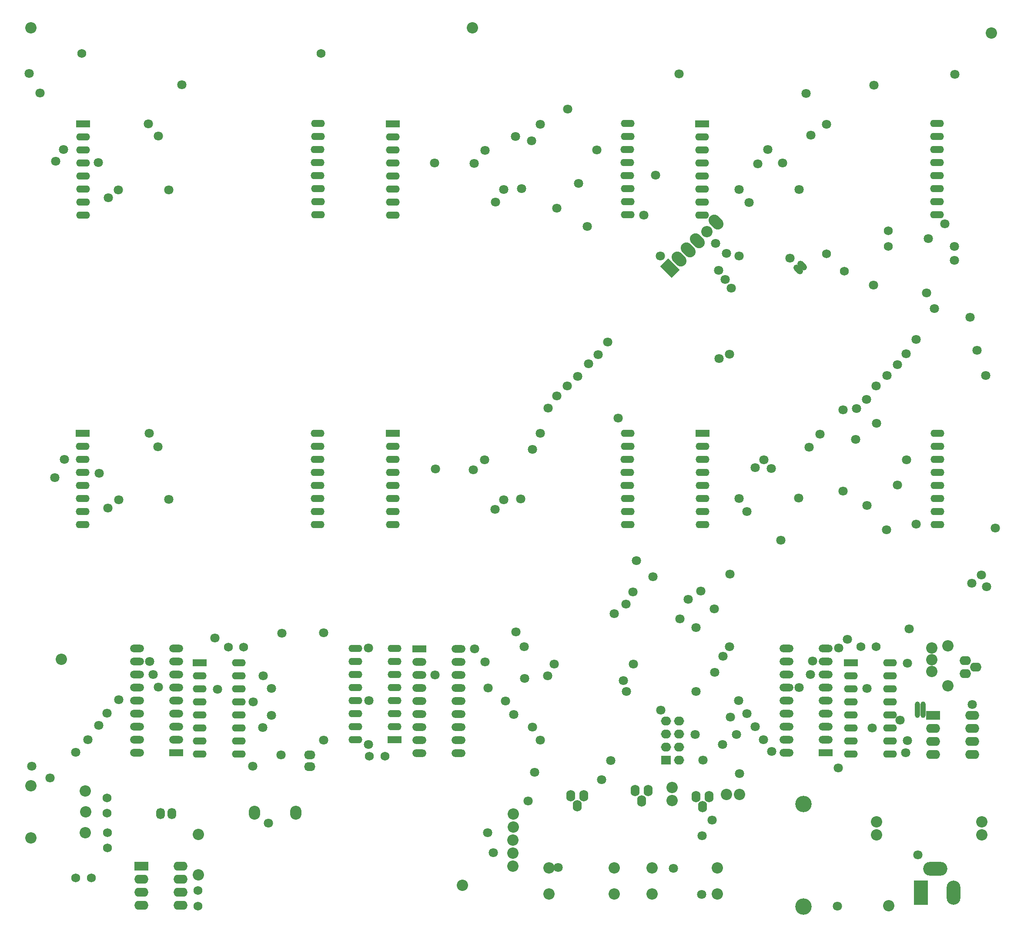
<source format=gts>
G04*
G04 #@! TF.GenerationSoftware,Altium Limited,Altium Designer,23.3.1 (30)*
G04*
G04 Layer_Color=8388736*
%FSLAX44Y44*%
%MOMM*%
G71*
G04*
G04 #@! TF.SameCoordinates,CBA1B8D9-47E8-49AD-825A-66903E3D66A9*
G04*
G04*
G04 #@! TF.FilePolarity,Negative*
G04*
G01*
G75*
%ADD30C,1.7272*%
%ADD31C,2.2032*%
%ADD32O,1.7032X2.2032*%
%ADD33O,1.7272X2.2352*%
%ADD34R,1.9812X1.7272*%
%ADD35O,1.9812X1.7272*%
%ADD36O,1.0032X3.2032*%
%ADD37O,2.2352X1.7272*%
%ADD38O,2.2032X1.7032*%
%ADD39O,2.7432X1.7272*%
%ADD40R,2.7432X1.7272*%
%ADD41O,2.2032X2.7032*%
%ADD42O,2.7032X4.7032*%
%ADD43R,2.7032X4.7032*%
%ADD44O,4.7032X2.7032*%
%ADD45O,2.7032X1.4032*%
%ADD46R,2.7032X1.4032*%
%ADD47O,2.7432X1.4732*%
%ADD48R,2.7432X1.4732*%
%ADD49C,3.2032*%
G04:AMPARAMS|DCode=50|XSize=1.2032mm|YSize=2.2032mm|CornerRadius=0mm|HoleSize=0mm|Usage=FLASHONLY|Rotation=225.000|XOffset=0mm|YOffset=0mm|HoleType=Round|Shape=Round|*
%AMOVALD50*
21,1,1.0000,1.2032,0.0000,0.0000,315.0*
1,1,1.2032,-0.3536,0.3536*
1,1,1.2032,0.3536,-0.3536*
%
%ADD50OVALD50*%

G04:AMPARAMS|DCode=51|XSize=2.2032mm|YSize=3.2032mm|CornerRadius=0mm|HoleSize=0mm|Usage=FLASHONLY|Rotation=45.000|XOffset=0mm|YOffset=0mm|HoleType=Round|Shape=Round|*
%AMOVALD51*
21,1,1.0000,2.2032,0.0000,0.0000,135.0*
1,1,2.2032,0.3536,-0.3536*
1,1,2.2032,-0.3536,0.3536*
%
%ADD51OVALD51*%

G04:AMPARAMS|DCode=52|XSize=2.2032mm|YSize=3.2032mm|CornerRadius=0mm|HoleSize=0mm|Usage=FLASHONLY|Rotation=45.000|XOffset=0mm|YOffset=0mm|HoleType=Round|Shape=Rectangle|*
%AMROTATEDRECTD52*
4,1,4,0.3536,-1.9115,-1.9115,0.3536,-0.3536,1.9115,1.9115,-0.3536,0.3536,-1.9115,0.0*
%
%ADD52ROTATEDRECTD52*%

%ADD53C,1.8032*%
D30*
X718250Y2529250D02*
D03*
X252750D02*
D03*
X479000Y898250D02*
D03*
Y868253D02*
D03*
X302500Y981250D02*
D03*
Y1011247D02*
D03*
X301750Y1078997D02*
D03*
Y1049000D02*
D03*
X1768750Y1373750D02*
D03*
X1798747Y1373750D02*
D03*
X567997Y1372500D02*
D03*
X538000Y1372500D02*
D03*
X842750Y1160000D02*
D03*
X812753Y1160000D02*
D03*
X1702438Y2139062D02*
D03*
X1736944Y2104556D02*
D03*
X1822000Y2183500D02*
D03*
Y2153501D02*
D03*
X241000Y923250D02*
D03*
X271000Y923250D02*
D03*
D31*
X1013250Y2578750D02*
D03*
X993250Y908750D02*
D03*
X213250Y1348750D02*
D03*
X1823250Y868750D02*
D03*
X2023250Y2568750D02*
D03*
X153250Y2578750D02*
D03*
X1401500Y1073500D02*
D03*
Y1098900D02*
D03*
X1091990Y945810D02*
D03*
Y971220D02*
D03*
X1092120Y996590D02*
D03*
X1092250Y1022000D02*
D03*
Y1047500D02*
D03*
X1938250Y1375500D02*
D03*
Y1297500D02*
D03*
X1906750Y1347750D02*
D03*
X1907000Y1370750D02*
D03*
Y1324750D02*
D03*
X1489430Y891560D02*
D03*
X1362430D02*
D03*
Y942360D02*
D03*
X1489430D02*
D03*
X1288680Y891560D02*
D03*
X1161680D02*
D03*
Y942360D02*
D03*
X1288680D02*
D03*
X1799250Y1007000D02*
D03*
X1799276Y1032408D02*
D03*
X2004254D02*
D03*
Y1007008D02*
D03*
X479500Y1007250D02*
D03*
Y929250D02*
D03*
X153500Y1000500D02*
D03*
X154000Y1102500D02*
D03*
X259250Y1092000D02*
D03*
X259500Y1011000D02*
D03*
X260000Y1051500D02*
D03*
X1533150Y1085750D02*
D03*
X1507750D02*
D03*
X1469092Y2182342D02*
D03*
D32*
X428250Y1048500D02*
D03*
X405710D02*
D03*
D33*
X1473700Y1081500D02*
D03*
X1461000Y1061500D02*
D03*
X1448300Y1081500D02*
D03*
X1330050Y1092750D02*
D03*
X1342750Y1072750D02*
D03*
X1355450Y1092750D02*
D03*
X1204550Y1083250D02*
D03*
X1217250Y1063250D02*
D03*
X1229950Y1083250D02*
D03*
D34*
X1389600Y1152479D02*
D03*
D35*
X1389600Y1177879D02*
D03*
Y1203279D02*
D03*
X1389600Y1228679D02*
D03*
X1415000Y1152479D02*
D03*
Y1177879D02*
D03*
X1415000Y1203279D02*
D03*
Y1228679D02*
D03*
D36*
X1879001Y1250750D02*
D03*
X1890000D02*
D03*
D37*
X1972500Y1346450D02*
D03*
X1992500Y1333750D02*
D03*
X1972500Y1321050D02*
D03*
D38*
X696000Y1139750D02*
D03*
Y1162290D02*
D03*
D39*
X1986200Y1163800D02*
D03*
Y1189200D02*
D03*
Y1214600D02*
D03*
Y1240000D02*
D03*
X1910000Y1163800D02*
D03*
Y1189200D02*
D03*
Y1214600D02*
D03*
X444950Y869300D02*
D03*
Y894700D02*
D03*
Y920100D02*
D03*
Y945500D02*
D03*
X368750Y869300D02*
D03*
X368750Y894700D02*
D03*
X368750Y920100D02*
D03*
D40*
X1910000Y1240000D02*
D03*
X368750Y945500D02*
D03*
D41*
X669000Y1049750D02*
D03*
X588500Y1049750D02*
D03*
D42*
X1949750Y894580D02*
D03*
D43*
X1885500D02*
D03*
D44*
X1913750Y940830D02*
D03*
D45*
X558200Y1164200D02*
D03*
Y1189600D02*
D03*
Y1215000D02*
D03*
Y1240400D02*
D03*
Y1265800D02*
D03*
Y1291200D02*
D03*
Y1316600D02*
D03*
Y1342000D02*
D03*
X482000Y1164200D02*
D03*
Y1189600D02*
D03*
Y1215000D02*
D03*
Y1240400D02*
D03*
Y1265800D02*
D03*
Y1291200D02*
D03*
Y1316600D02*
D03*
X785050Y1370050D02*
D03*
Y1344650D02*
D03*
Y1319250D02*
D03*
Y1293850D02*
D03*
Y1268450D02*
D03*
Y1243050D02*
D03*
Y1217650D02*
D03*
Y1192250D02*
D03*
X861250Y1370050D02*
D03*
Y1344650D02*
D03*
Y1319250D02*
D03*
Y1293850D02*
D03*
Y1268450D02*
D03*
Y1243050D02*
D03*
Y1217650D02*
D03*
X1826200Y1164200D02*
D03*
Y1189600D02*
D03*
Y1215000D02*
D03*
Y1240400D02*
D03*
Y1265800D02*
D03*
Y1291200D02*
D03*
Y1316600D02*
D03*
Y1342000D02*
D03*
X1750000Y1164200D02*
D03*
Y1189600D02*
D03*
Y1215000D02*
D03*
Y1240400D02*
D03*
Y1265800D02*
D03*
Y1291200D02*
D03*
Y1316600D02*
D03*
X712250Y2215000D02*
D03*
Y2240500D02*
D03*
Y2266000D02*
D03*
X712000Y2291250D02*
D03*
Y2316750D02*
D03*
Y2342250D02*
D03*
X712250Y2367500D02*
D03*
Y2393000D02*
D03*
X255000Y2214450D02*
D03*
Y2239850D02*
D03*
Y2265250D02*
D03*
Y2290650D02*
D03*
Y2316050D02*
D03*
Y2341450D02*
D03*
Y2366850D02*
D03*
X1315000Y2215000D02*
D03*
Y2240500D02*
D03*
Y2266000D02*
D03*
X1314750Y2291250D02*
D03*
Y2316750D02*
D03*
Y2342250D02*
D03*
X1315000Y2367500D02*
D03*
Y2393000D02*
D03*
X857750Y2214450D02*
D03*
Y2239850D02*
D03*
Y2265250D02*
D03*
Y2290650D02*
D03*
Y2316050D02*
D03*
Y2341450D02*
D03*
Y2366850D02*
D03*
X1917500Y2215000D02*
D03*
Y2240500D02*
D03*
Y2266000D02*
D03*
X1917250Y2291250D02*
D03*
Y2316750D02*
D03*
Y2342250D02*
D03*
X1917500Y2367500D02*
D03*
Y2393000D02*
D03*
X1460250Y2214450D02*
D03*
Y2239850D02*
D03*
Y2265250D02*
D03*
Y2290650D02*
D03*
Y2316050D02*
D03*
Y2341450D02*
D03*
Y2366850D02*
D03*
X712000Y1611500D02*
D03*
Y1637000D02*
D03*
Y1662500D02*
D03*
X711750Y1687750D02*
D03*
Y1713250D02*
D03*
Y1738750D02*
D03*
X712000Y1764000D02*
D03*
Y1789500D02*
D03*
X254750Y1610950D02*
D03*
Y1636350D02*
D03*
Y1661750D02*
D03*
Y1687150D02*
D03*
Y1712550D02*
D03*
Y1737950D02*
D03*
Y1763350D02*
D03*
X1315000Y1611500D02*
D03*
Y1637000D02*
D03*
Y1662500D02*
D03*
X1314750Y1687750D02*
D03*
Y1713250D02*
D03*
Y1738750D02*
D03*
X1315000Y1764000D02*
D03*
Y1789500D02*
D03*
X857750Y1610950D02*
D03*
Y1636350D02*
D03*
Y1661750D02*
D03*
Y1687150D02*
D03*
Y1712550D02*
D03*
Y1737950D02*
D03*
Y1763350D02*
D03*
X1918000Y1611500D02*
D03*
Y1637000D02*
D03*
Y1662500D02*
D03*
X1917750Y1687750D02*
D03*
Y1713250D02*
D03*
Y1738750D02*
D03*
X1918000Y1764000D02*
D03*
Y1789500D02*
D03*
X1460750Y1610950D02*
D03*
Y1636350D02*
D03*
Y1661750D02*
D03*
Y1687150D02*
D03*
Y1712550D02*
D03*
Y1737950D02*
D03*
Y1763350D02*
D03*
D46*
X482000Y1342000D02*
D03*
X861250Y1192250D02*
D03*
X1750000Y1342000D02*
D03*
X255000Y2392250D02*
D03*
X857750D02*
D03*
X1460250D02*
D03*
X254750Y1788750D02*
D03*
X857750D02*
D03*
X1460750D02*
D03*
D47*
X360300Y1370200D02*
D03*
Y1344800D02*
D03*
Y1319400D02*
D03*
Y1294000D02*
D03*
Y1268600D02*
D03*
Y1243200D02*
D03*
Y1217800D02*
D03*
Y1192400D02*
D03*
Y1167000D02*
D03*
X436500Y1370200D02*
D03*
Y1344800D02*
D03*
Y1319400D02*
D03*
Y1294000D02*
D03*
Y1268600D02*
D03*
Y1243200D02*
D03*
Y1217800D02*
D03*
Y1192400D02*
D03*
X986200Y1166050D02*
D03*
Y1191450D02*
D03*
Y1216850D02*
D03*
Y1242250D02*
D03*
Y1267650D02*
D03*
Y1293050D02*
D03*
Y1318450D02*
D03*
Y1343850D02*
D03*
Y1369250D02*
D03*
X910000Y1166050D02*
D03*
Y1191450D02*
D03*
Y1216850D02*
D03*
Y1242250D02*
D03*
Y1267650D02*
D03*
Y1293050D02*
D03*
Y1318450D02*
D03*
Y1343850D02*
D03*
X1624050Y1370200D02*
D03*
Y1344800D02*
D03*
Y1319400D02*
D03*
Y1294000D02*
D03*
Y1268600D02*
D03*
Y1243200D02*
D03*
Y1217800D02*
D03*
Y1192400D02*
D03*
Y1167000D02*
D03*
X1700250Y1370200D02*
D03*
Y1344800D02*
D03*
Y1319400D02*
D03*
Y1294000D02*
D03*
Y1268600D02*
D03*
Y1243200D02*
D03*
Y1217800D02*
D03*
Y1192400D02*
D03*
D48*
X436500Y1167000D02*
D03*
X910000Y1369250D02*
D03*
X1700250Y1167000D02*
D03*
D49*
X1657000Y1067330D02*
D03*
X1657000Y867330D02*
D03*
D50*
X1646785Y2108535D02*
D03*
X1654562Y2116312D02*
D03*
D51*
X1487053Y2200303D02*
D03*
X1433171Y2146421D02*
D03*
X1415211Y2128461D02*
D03*
X1451132Y2164382D02*
D03*
D52*
X1397250Y2110500D02*
D03*
D53*
X1876500Y1612000D02*
D03*
X512000Y1390750D02*
D03*
X1532500Y1126500D02*
D03*
X1648500Y1294000D02*
D03*
X1671250Y1319000D02*
D03*
X1325790Y1479960D02*
D03*
X1613000Y1581250D02*
D03*
X2030500Y1604250D02*
D03*
X1500823Y1354816D02*
D03*
X1513500Y1373000D02*
D03*
X1515164Y1236664D02*
D03*
X1985750Y1260500D02*
D03*
X1985000Y1497000D02*
D03*
X1507500Y2139500D02*
D03*
X1532250Y2134750D02*
D03*
X1379000Y2134500D02*
D03*
X422000Y2263000D02*
D03*
X323750Y2263500D02*
D03*
X1734250Y1835250D02*
D03*
X1689582Y1787587D02*
D03*
X1758836Y1777337D02*
D03*
X1760250Y1837750D02*
D03*
X1780500Y1648750D02*
D03*
X1780000Y1855250D02*
D03*
X1799750Y1808750D02*
D03*
X1799000Y1881000D02*
D03*
X1820000Y1901500D02*
D03*
X1840500Y1688000D02*
D03*
X1840000Y1923250D02*
D03*
X1858000Y1737750D02*
D03*
X1857500Y1944250D02*
D03*
X1876500Y1972250D02*
D03*
X1951250Y2126250D02*
D03*
X1702000Y2391000D02*
D03*
X1648500Y2264250D02*
D03*
X1616500Y2315750D02*
D03*
X1587500Y2341750D02*
D03*
X1551500Y2239000D02*
D03*
X1532000Y2264250D02*
D03*
X1144750Y2391250D02*
D03*
X1108250Y2265750D02*
D03*
X1074250Y2263750D02*
D03*
X1037750Y2340500D02*
D03*
X1057500Y2239500D02*
D03*
X1016000Y2315250D02*
D03*
X939000Y2315500D02*
D03*
X202000Y2319250D02*
D03*
X216750Y2342250D02*
D03*
X285250Y2316500D02*
D03*
X401750Y2368250D02*
D03*
X382500Y2392000D02*
D03*
X200000Y1702750D02*
D03*
X218500Y1738250D02*
D03*
X264500Y1192500D02*
D03*
X286500Y1711500D02*
D03*
X285750Y1220500D02*
D03*
X302000Y1244000D02*
D03*
X324750Y1660000D02*
D03*
X324250Y1269750D02*
D03*
X401750Y1294750D02*
D03*
X391500Y1319500D02*
D03*
X422000Y1660750D02*
D03*
X401250Y1763250D02*
D03*
X383750Y1789000D02*
D03*
X385000Y1344750D02*
D03*
X1144750Y1788750D02*
D03*
X1130000Y1216750D02*
D03*
X1077250Y1267250D02*
D03*
X1107250Y1661000D02*
D03*
X1093750Y1241500D02*
D03*
X1036750Y1737250D02*
D03*
X1037850Y1343850D02*
D03*
X1017250Y1369250D02*
D03*
X940250Y1318250D02*
D03*
X1579577Y1192558D02*
D03*
X723750Y1400750D02*
D03*
X1781000Y1292250D02*
D03*
X811000Y1370500D02*
D03*
X811450Y1268450D02*
D03*
X810500Y1183000D02*
D03*
X622000Y1292000D02*
D03*
Y1240000D02*
D03*
X604500Y1215750D02*
D03*
X605500Y1316500D02*
D03*
X586250Y1266000D02*
D03*
X585750Y1140930D02*
D03*
X723750Y1191750D02*
D03*
X1859750Y1190750D02*
D03*
Y1341000D02*
D03*
X1675000Y1345250D02*
D03*
X1668000Y1762250D02*
D03*
X1531750Y1662250D02*
D03*
X1531500Y1268250D02*
D03*
X1547300Y1637050D02*
D03*
Y1243200D02*
D03*
X1563750Y1217500D02*
D03*
X1580250Y1737250D02*
D03*
X1379500Y1249500D02*
D03*
X1446750Y1202250D02*
D03*
X1276250Y1966750D02*
D03*
X1258000Y1942250D02*
D03*
X1255000Y2341500D02*
D03*
X1239250Y1924500D02*
D03*
X1217500Y1900250D02*
D03*
X1219309Y2276111D02*
D03*
X1197750Y1881750D02*
D03*
X1198250Y2420500D02*
D03*
X1177500Y1861750D02*
D03*
Y2227560D02*
D03*
X1160250Y1838250D02*
D03*
X1097000Y2367000D02*
D03*
X1369250Y2292250D02*
D03*
X1296250Y1818630D02*
D03*
X1568000Y2314250D02*
D03*
X1128500Y2358750D02*
D03*
X304000Y2247750D02*
D03*
X1236500Y2192000D02*
D03*
X1346250Y2214000D02*
D03*
X1563500Y1722500D02*
D03*
X303250Y1643250D02*
D03*
X941000Y1720000D02*
D03*
X1014500Y1717750D02*
D03*
X1734750Y1676500D02*
D03*
X1594750Y1720250D02*
D03*
X1819250Y1600750D02*
D03*
X1790750Y1215000D02*
D03*
X1845250Y1230500D02*
D03*
X1461333Y1152396D02*
D03*
X1981750Y2015250D02*
D03*
X1516500Y2071500D02*
D03*
X1504500Y2088750D02*
D03*
X1416750Y1428000D02*
D03*
X1513074Y1942845D02*
D03*
X1492750Y1934750D02*
D03*
X1491823Y2106853D02*
D03*
X1486500Y2159000D02*
D03*
X1863250Y1408250D02*
D03*
X1995250Y1951000D02*
D03*
X1912250Y2032250D02*
D03*
X1900500Y2168250D02*
D03*
X1932500Y2197000D02*
D03*
X1631000Y2130750D02*
D03*
X1662750Y2451500D02*
D03*
X171000Y2452250D02*
D03*
X240750Y1168000D02*
D03*
X190500Y1117500D02*
D03*
X616000Y1029250D02*
D03*
X642250Y1400000D02*
D03*
X640790Y1162290D02*
D03*
X1856000Y1166750D02*
D03*
X1723750Y868250D02*
D03*
X1145250Y1191750D02*
D03*
X1526750Y1202250D02*
D03*
X1448250Y1410500D02*
D03*
Y1286250D02*
D03*
X1312500D02*
D03*
X1499750Y1182750D02*
D03*
X1311500Y1456000D02*
D03*
X1332500Y1541250D02*
D03*
X1364000Y1509750D02*
D03*
X1289250Y1437500D02*
D03*
X1264500Y1114000D02*
D03*
X1725250Y1137250D02*
D03*
X1726000Y1371000D02*
D03*
X1460000Y1005000D02*
D03*
X1459000Y890750D02*
D03*
X1053500Y971750D02*
D03*
X1097554Y1401818D02*
D03*
X1282500Y1151500D02*
D03*
X1404250Y941750D02*
D03*
X155430Y1140930D02*
D03*
X1672000Y2370000D02*
D03*
X1415000Y2489000D02*
D03*
X1897000Y2062250D02*
D03*
X1793250Y2077750D02*
D03*
X1794250Y2467000D02*
D03*
X517250Y1290500D02*
D03*
X1951250Y2153314D02*
D03*
X1951750Y2488500D02*
D03*
X150000Y2490000D02*
D03*
X447250Y2468250D02*
D03*
X1180000Y943250D02*
D03*
X1121250Y1073000D02*
D03*
X1306500Y1307250D02*
D03*
X1326000Y1339750D02*
D03*
X1134000Y1128500D02*
D03*
X1742500Y1387750D02*
D03*
X1880250Y968000D02*
D03*
X1073750Y1660000D02*
D03*
X1114250Y1311750D02*
D03*
X1114000Y1373250D02*
D03*
X1043500Y1293000D02*
D03*
X1057000Y1641250D02*
D03*
X1043000Y1010750D02*
D03*
X1172500Y1339750D02*
D03*
X1159540Y1316710D02*
D03*
X1647750Y1662750D02*
D03*
X1484500Y1323250D02*
D03*
X1479500Y1035250D02*
D03*
X1514000Y1514500D02*
D03*
X1433250Y1465500D02*
D03*
X1457250Y1482000D02*
D03*
X1483750Y1447000D02*
D03*
X2014000Y1490500D02*
D03*
X2012250Y1902000D02*
D03*
X2003250Y1513000D02*
D03*
X1595250Y1169000D02*
D03*
X1130000Y1758000D02*
D03*
M02*

</source>
